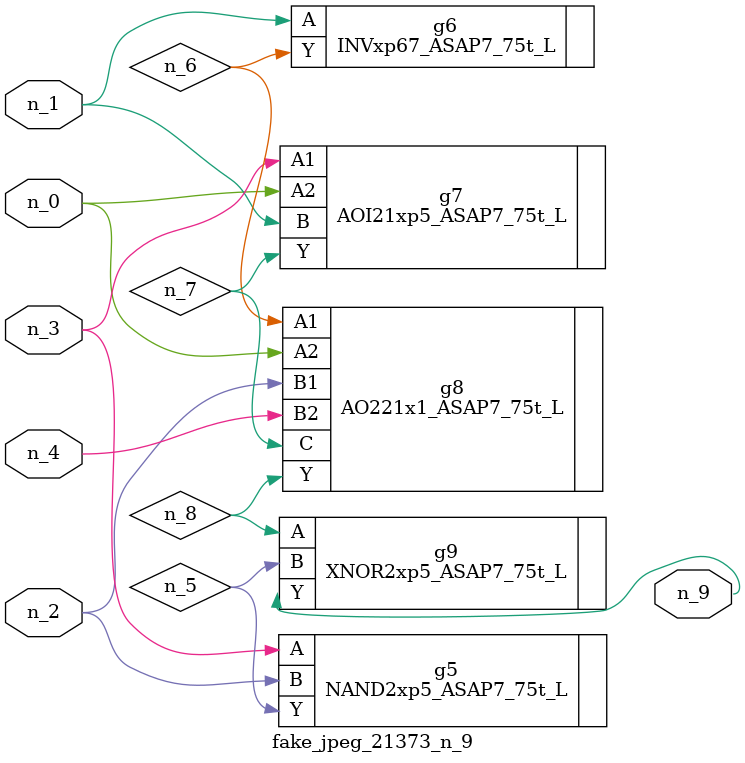
<source format=v>
module fake_jpeg_21373_n_9 (n_3, n_2, n_1, n_0, n_4, n_9);

input n_3;
input n_2;
input n_1;
input n_0;
input n_4;

output n_9;

wire n_8;
wire n_6;
wire n_5;
wire n_7;

NAND2xp5_ASAP7_75t_L g5 ( 
.A(n_3),
.B(n_2),
.Y(n_5)
);

INVxp67_ASAP7_75t_L g6 ( 
.A(n_1),
.Y(n_6)
);

AOI21xp5_ASAP7_75t_L g7 ( 
.A1(n_3),
.A2(n_0),
.B(n_1),
.Y(n_7)
);

AO221x1_ASAP7_75t_L g8 ( 
.A1(n_6),
.A2(n_0),
.B1(n_2),
.B2(n_4),
.C(n_7),
.Y(n_8)
);

XNOR2xp5_ASAP7_75t_L g9 ( 
.A(n_8),
.B(n_5),
.Y(n_9)
);


endmodule
</source>
